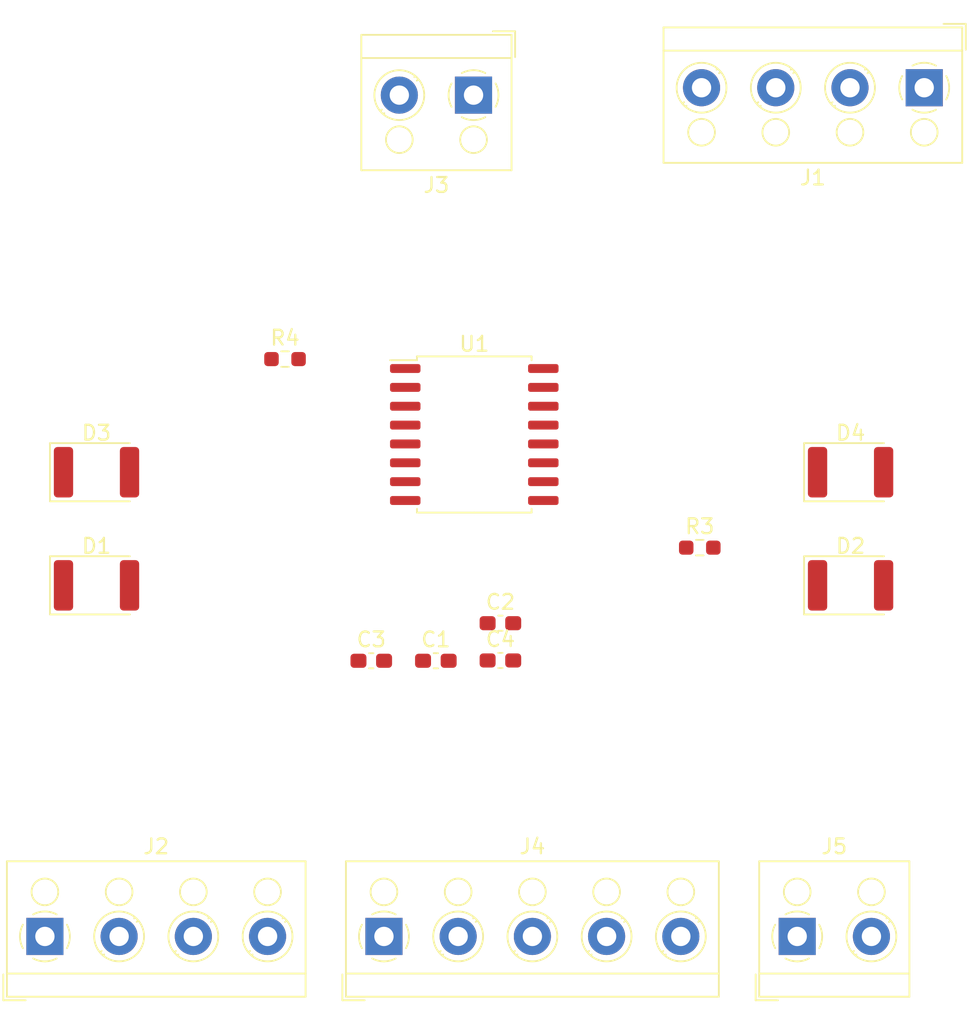
<source format=kicad_pcb>
(kicad_pcb (version 20211014) (generator pcbnew)
  (layers (0 "F.Cu" signal) (31 "B.Cu" signal) (34 "B.Paste" user) (35 "F.Paste" user) (36 "B.SilkS" user "B.Silkscreen") (37 "F.SilkS" user "F.Silkscreen") (38 "B.Mask" user) (39 "F.Mask" user) (44 "Edge.Cuts" user))
  (net 0 "")
  (net 1 "/vcc-rpi")
  (net 2 "/gnd-rpi")
  (net 3 "/vcc-nmea")
  (net 4 "/gnd-nmea")
  (net 5 "/y-nmea")
  (net 6 "/earth-nmea")
  (net 7 "/z-nmea")
  (net 8 "/a-nmea")
  (net 9 "/b-nmea")
  (net 10 "/rx-rpi")
  (net 11 "/tx-rpi")
  (footprint "Capacitor_SMD:C_0603_1608Metric_Pad1.08x0.95mm_HandSolder" (layer "F.Cu") (at 146.59 101.58)
    (fp_text reference "C4" (at 0 -1.43) (layer "F.SilkS"))
    (fp_text value "1uF")
    (fp_line (start -0.146267 -0.51) (end 0.146267 -0.51) (layer "F.SilkS") (width 0.12))
    (fp_line (start -0.146267 0.51) (end 0.146267 0.51) (layer "F.SilkS") (width 0.12))
    (pad "1" smd roundrect (at -0.8625 0) (size 1.075 0.95) (layers "F.Cu" "F.Paste" "F.Mask") (net 3 "/vcc-nmea"))
    (pad "2" smd roundrect (at 0.8625 0) (size 1.075 0.95) (layers "F.Cu" "F.Paste" "F.Mask") (net 4 "/gnd-nmea"))
  )
  (footprint "Capacitor_SMD:C_0603_1608Metric_Pad1.08x0.95mm_HandSolder" (layer "F.Cu") (at 137.89 101.6)
    (fp_text reference "C3" (at 0 -1.43) (layer "F.SilkS"))
    (fp_text value "0.1uF")
    (fp_line (start -0.146267 -0.51) (end 0.146267 -0.51) (layer "F.SilkS") (width 0.12))
    (fp_line (start -0.146267 0.51) (end 0.146267 0.51) (layer "F.SilkS") (width 0.12))
    (pad "1" smd roundrect (at -0.8625 0) (size 1.075 0.95) (layers "F.Cu" "F.Paste" "F.Mask") (net 3 "/vcc-nmea"))
    (pad "2" smd roundrect (at 0.8625 0) (size 1.075 0.95) (layers "F.Cu" "F.Paste" "F.Mask") (net 4 "/gnd-nmea"))
  )
  (footprint "Capacitor_SMD:C_0603_1608Metric_Pad1.08x0.95mm_HandSolder" (layer "F.Cu") (at 142.24 101.6)
    (fp_text reference "C1" (at 0 -1.43) (layer "F.SilkS"))
    (fp_text value "0.1uF")
    (fp_line (start -0.146267 -0.51) (end 0.146267 -0.51) (layer "F.SilkS") (width 0.12))
    (fp_line (start -0.146267 0.51) (end 0.146267 0.51) (layer "F.SilkS") (width 0.12))
    (pad "1" smd roundrect (at -0.8625 0) (size 1.075 0.95) (layers "F.Cu" "F.Paste" "F.Mask") (net 1 "/vcc-rpi"))
    (pad "2" smd roundrect (at 0.8625 0) (size 1.075 0.95) (layers "F.Cu" "F.Paste" "F.Mask") (net 2 "/gnd-rpi"))
  )
  (footprint "Diode_SMD:D_1812_4532Metric_Pad1.30x3.40mm_HandSolder" (layer "F.Cu") (at 170.18 88.9)
    (fp_text reference "D4" (at 0 -2.65) (layer "F.SilkS"))
    (fp_text value "D_TVS")
    (fp_line (start -3.135 1.96) (end 2.25 1.96) (layer "F.SilkS") (width 0.12))
    (fp_line (start -3.135 -1.96) (end -3.135 1.96) (layer "F.SilkS") (width 0.12))
    (fp_line (start 2.25 -1.96) (end -3.135 -1.96) (layer "F.SilkS") (width 0.12))
    (pad "1" smd roundrect (at -2.225 0) (size 1.3 3.4) (layers "F.Cu" "F.Paste" "F.Mask") (roundrect_rratio 0.192308) (net 9 "/b-nmea"))
    (pad "2" smd roundrect (at 2.225 0) (size 1.3 3.4) (layers "F.Cu" "F.Paste" "F.Mask") (roundrect_rratio 0.192308) (net 6 "/earth-nmea"))
  )
  (footprint "Diode_SMD:D_1812_4532Metric_Pad1.30x3.40mm_HandSolder" (layer "F.Cu") (at 119.38 96.52)
    (fp_text reference "D1" (at 0 -2.65) (layer "F.SilkS"))
    (fp_text value "D_TVS")
    (fp_line (start 2.25 -1.96) (end -3.135 -1.96) (layer "F.SilkS") (width 0.12))
    (fp_line (start -3.135 -1.96) (end -3.135 1.96) (layer "F.SilkS") (width 0.12))
    (fp_line (start -3.135 1.96) (end 2.25 1.96) (layer "F.SilkS") (width 0.12))
    (pad "1" smd roundrect (at -2.225 0) (size 1.3 3.4) (layers "F.Cu" "F.Paste" "F.Mask") (roundrect_rratio 0.192308) (net 5 "/y-nmea"))
    (pad "2" smd roundrect (at 2.225 0) (size 1.3 3.4) (layers "F.Cu" "F.Paste" "F.Mask") (roundrect_rratio 0.192308) (net 6 "/earth-nmea"))
  )
  (footprint "TerminalBlock_RND:TerminalBlock_RND_205-00001_1x02_P5.00mm_Horizontal" (layer "F.Cu") (at 144.78 63.5 180)
    (fp_text reference "J3" (at 2.5 -6.06) (layer "F.SilkS"))
    (fp_text value "GPIO")
    (fp_line (start -2.56 -5.06) (end -2.56 4.06) (layer "F.SilkS") (width 0.12))
    (fp_line (start -2.8 2.56) (end -2.8 4.3) (layer "F.SilkS") (width 0.12))
    (fp_line (start 3.82 0.976) (end 3.726 1.069) (layer "F.SilkS") (width 0.12))
    (fp_line (start -2.8 4.3) (end -1.3 4.3) (layer "F.SilkS") (width 0.12))
    (fp_line (start -2.56 2.5) (end 7.56 2.5) (layer "F.SilkS") (width 0.12))
    (fp_line (start 7.56 -5.06) (end 7.56 4.06) (layer "F.SilkS") (width 0.12))
    (fp_line (start 6.07 -1.275) (end 6.011 -1.216) (layer "F.SilkS") (width 0.12))
    (fp_line (start 3.99 1.216) (end 3.931 1.274) (layer "F.SilkS") (width 0.12))
    (fp_line (start -2.56 4.06) (end 7.56 4.06) (layer "F.SilkS") (width 0.12))
    (fp_line (start -2.56 -5.06) (end 7.56 -5.06) (layer "F.SilkS") (width 0.12))
    (fp_line (start 6.275 -1.069) (end 6.181 -0.976) (layer "F.SilkS") (width 0.12))
    (fp_arc (start 0.029383 1.68045) (mid -0.392304 1.634281) (end -0.789 1.484) (layer "F.SilkS") (width 0.12))
    (fp_arc (start -0.789089 -1.483953) (mid -0.00005 -1.680708) (end 0.789 -1.484) (layer "F.SilkS") (width 0.12))
    (fp_arc (start 0.788712 1.483352) (mid 0.406429 1.630097) (end 0 1.68) (layer "F.SilkS") (width 0.12))
    (fp_arc (start 1.483953 -0.789089) (mid 1.680708 -0.00005) (end 1.484 0.789) (layer "F.SilkS") (width 0.12))
    (fp_arc (start -1.483953 0.789089) (mid -1.680708 0.00005) (end -1.484 -0.789) (layer "F.SilkS") (width 0.12))
    (fp_circle (center 5 -3) (end 5.9 -3) (layer "F.SilkS") (width 0.12) (fill none))
    (fp_circle (center 5 0) (end 6.68 0) (layer "F.SilkS") (width 0.12) (fill none))
    (fp_circle (center 0 -3) (end 0.9 -3) (layer "F.SilkS") (width 0.12) (fill none))
    (pad "1" thru_hole rect (at 0 0 180) (size 2.5 2.5) (drill 1.3) (layers *.Cu *.Mask) (net 10 "/rx-rpi"))
    (pad "2" thru_hole circle (at 5 0 180) (size 2.5 2.5) (drill 1.3) (layers *.Cu *.Mask) (net 11 "/tx-rpi"))
  )
  (footprint "Capacitor_SMD:C_0603_1608Metric_Pad1.08x0.95mm_HandSolder" (layer "F.Cu") (at 146.59 99.07)
    (fp_text reference "C2" (at 0 -1.43) (layer "F.SilkS"))
    (fp_text value "1uF")
    (fp_line (start -0.146267 0.51) (end 0.146267 0.51) (layer "F.SilkS") (width 0.12))
    (fp_line (start -0.146267 -0.51) (end 0.146267 -0.51) (layer "F.SilkS") (width 0.12))
    (pad "1" smd roundrect (at -0.8625 0) (size 1.075 0.95) (layers "F.Cu" "F.Paste" "F.Mask") (net 1 "/vcc-rpi"))
    (pad "2" smd roundrect (at 0.8625 0) (size 1.075 0.95) (layers "F.Cu" "F.Paste" "F.Mask") (net 2 "/gnd-rpi"))
  )
  (footprint "Package_SO:SOIC-16W_7.5x10.3mm_P1.27mm" (layer "F.Cu") (at 144.83 86.36)
    (fp_text reference "U1" (at 0 -6.1) (layer "F.SilkS"))
    (fp_text value "ISO1412")
    (fp_line (start 0 -5.26) (end -3.86 -5.26) (layer "F.SilkS") (width 0.12))
    (fp_line (start -3.86 -5.005) (end -5.675 -5.005) (layer "F.SilkS") (width 0.12))
    (fp_line (start 3.86 5.26) (end 3.86 5.005) (layer "F.SilkS") (width 0.12))
    (fp_line (start 3.86 -5.26) (end 3.86 -5.005) (layer "F.SilkS") (width 0.12))
    (fp_line (start -3.86 -5.26) (end -3.86 -5.005) (layer "F.SilkS") (width 0.12))
    (fp_line (start 0 5.26) (end -3.86 5.26) (layer "F.SilkS") (width 0.12))
    (fp_line (start 0 5.26) (end 3.86 5.26) (layer "F.SilkS") (width 0.12))
    (fp_line (start -3.86 5.26) (end -3.86 5.005) (layer "F.SilkS") (width 0.12))
    (fp_line (start 0 -5.26) (end 3.86 -5.26) (layer "F.SilkS") (width 0.12))
    (pad "1" smd roundrect (at -4.65 -4.445) (size 2.05 0.6) (layers "F.Cu" "F.Paste" "F.Mask") (net 1 "/vcc-rpi"))
    (pad "2" smd roundrect (at -4.65 -3.175) (size 2.05 0.6) (layers "F.Cu" "F.Paste" "F.Mask") (net 2 "/gnd-rpi"))
    (pad "3" smd roundrect (at -4.65 -1.905) (size 2.05 0.6) (layers "F.Cu" "F.Paste" "F.Mask") (net 10 "/rx-rpi"))
    (pad "4" smd roundrect (at -4.65 -0.635) (size 2.05 0.6) (layers "F.Cu" "F.Paste" "F.Mask") (net 2 "/gnd-rpi"))
    (pad "5" smd roundrect (at -4.65 0.635) (size 2.05 0.6) (layers "F.Cu" "F.Paste" "F.Mask") (net 1 "/vcc-rpi"))
    (pad "6" smd roundrect (at -4.65 1.905) (size 2.05 0.6) (layers "F.Cu" "F.Paste" "F.Mask") (net 11 "/tx-rpi"))
    (pad "7" smd roundrect (at -4.65 3.175) (size 2.05 0.6) (layers "F.Cu" "F.Paste" "F.Mask"))
    (pad "8" smd roundrect (at -4.65 4.445) (size 2.05 0.6) (layers "F.Cu" "F.Paste" "F.Mask") (net 2 "/gnd-rpi"))
    (pad "9" smd roundrect (at 4.65 4.445) (size 2.05 0.6) (layers "F.Cu" "F.Paste" "F.Mask") (net 4 "/gnd-nmea"))
    (pad "10" smd roundrect (at 4.65 3.175) (size 2.05 0.6) (layers "F.Cu" "F.Paste" "F.Mask"))
    (pad "11" smd roundrect (at 4.65 1.905) (size 2.05 0.6) (layers "F.Cu" "F.Paste" "F.Mask") (net 5 "/y-nmea"))
    (pad "12" smd roundrect (at 4.65 0.635) (size 2.05 0.6) (layers "F.Cu" "F.Paste" "F.Mask") (net 7 "/z-nmea"))
    (pad "13" smd roundrect (at 4.65 -0.635) (size 2.05 0.6) (layers "F.Cu" "F.Paste" "F.Mask") (net 9 "/b-nmea"))
    (pad "14" smd roundrect (at 4.65 -1.905) (size 2.05 0.6) (layers "F.Cu" "F.Paste" "F.Mask") (net 8 "/a-nmea"))
    (pad "15" smd roundrect (at 4.65 -3.175) (size 2.05 0.6) (layers "F.Cu" "F.Paste" "F.Mask") (net 4 "/gnd-nmea"))
    (pad "16" smd roundrect (at 4.65 -4.445) (size 2.05 0.6) (layers "F.Cu" "F.Paste" "F.Mask") (net 3 "/vcc-nmea"))
  )
  (footprint "Diode_SMD:D_1812_4532Metric_Pad1.30x3.40mm_HandSolder" (layer "F.Cu") (at 119.38 88.9)
    (fp_text reference "D3" (at 0 -2.65) (layer "F.SilkS"))
    (fp_text value "D_TVS")
    (fp_line (start 2.25 -1.96) (end -3.135 -1.96) (layer "F.SilkS") (width 0.12))
    (fp_line (start -3.135 -1.96) (end -3.135 1.96) (layer "F.SilkS") (width 0.12))
    (fp_line (start -3.135 1.96) (end 2.25 1.96) (layer "F.SilkS") (width 0.12))
    (pad "1" smd roundrect (at -2.225 0) (size 1.3 3.4) (layers "F.Cu" "F.Paste" "F.Mask") (roundrect_rratio 0.192308) (net 8 "/a-nmea"))
    (pad "2" smd roundrect (at 2.225 0) (size 1.3 3.4) (layers "F.Cu" "F.Paste" "F.Mask") (roundrect_rratio 0.192308) (net 6 "/earth-nmea"))
  )
  (footprint "Resistor_SMD:R_0603_1608Metric_Pad0.98x0.95mm_HandSolder" (layer "F.Cu") (at 160.02 93.98)
    (fp_text reference "R3" (at 0 -1.43) (layer "F.SilkS"))
    (fp_text value "120")
    (fp_line (start -0.254724 -0.5225) (end 0.254724 -0.5225) (layer "F.SilkS") (width 0.12))
    (fp_line (start -0.254724 0.5225) (end 0.254724 0.5225) (layer "F.SilkS") (width 0.12))
    (pad "1" smd roundrect (at -0.9125 0) (size 0.975 0.95) (layers "F.Cu" "F.Paste" "F.Mask") (net 5 "/y-nmea"))
    (pad "2" smd roundrect (at 0.9125 0) (size 0.975 0.95) (layers "F.Cu" "F.Paste" "F.Mask") (net 7 "/z-nmea"))
  )
  (footprint "TerminalBlock_RND:TerminalBlock_RND_205-00003_1x04_P5.00mm_Horizontal" (layer "F.Cu") (at 175.14 63 180)
    (fp_text reference "J1" (at 7.5 -6.06) (layer "F.SilkS"))
    (fp_text value "Power1")
    (fp_line (start 13.99 1.216) (end 13.931 1.274) (layer "F.SilkS") (width 0.12))
    (fp_line (start 6.07 -1.275) (end 6.011 -1.216) (layer "F.SilkS") (width 0.12))
    (fp_line (start 17.561 -5.06) (end 17.561 4.06) (layer "F.SilkS") (width 0.12))
    (fp_line (start 8.82 0.976) (end 8.726 1.069) (layer "F.SilkS") (width 0.12))
    (fp_line (start -2.56 4.06) (end 17.561 4.06) (layer "F.SilkS") (width 0.12))
    (fp_line (start 16.07 -1.275) (end 16.011 -1.216) (layer "F.SilkS") (width 0.12))
    (fp_line (start 16.275 -1.069) (end 16.181 -0.976) (layer "F.SilkS") (width 0.12))
    (fp_line (start 6.275 -1.069) (end 6.181 -0.976) (layer "F.SilkS") (width 0.12))
    (fp_line (start -2.8 4.3) (end -1.3 4.3) (layer "F.SilkS") (width 0.12))
    (fp_line (start -2.56 -5.06) (end -2.56 4.06) (layer "F.SilkS") (width 0.12))
    (fp_line (start 3.99 1.216) (end 3.931 1.274) (layer "F.SilkS") (width 0.12))
    (fp_line (start -2.56 -5.06) (end 17.561 -5.06) (layer "F.SilkS") (width 0.12))
    (fp_line (start -2.56 2.5) (end 17.561 2.5) (layer "F.SilkS") (width 0.12))
    (fp_line (start 13.82 0.976) (end 13.726 1.069) (layer "F.SilkS") (width 0.12))
    (fp_line (start 8.99 1.216) (end 8.931 1.274) (layer "F.SilkS") (width 0.12))
    (fp_line (start 3.82 0.976) (end 3.726 1.069) (layer "F.SilkS") (width 0.12))
    (fp_line (start -2.8 2.56) (end -2.8 4.3) (layer "F.SilkS") (width 0.12))
    (fp_line (start 11.275 -1.069) (end 11.181 -0.976) (layer "F.SilkS") (width 0.12))
    (fp_line (start 11.07 -1.275) (end 11.011 -1.216) (layer "F.SilkS") (width 0.12))
    (fp_arc (start -1.483953 0.789089) (mid -1.680708 0.00005) (end -1.484 -0.789) (layer "F.SilkS") (width 0.12))
    (fp_arc (start -0.789089 -1.483953) (mid -0.00005 -1.680708) (end 0.789 -1.484) (layer "F.SilkS") (width 0.12))
    (fp_arc (start 0.788712 1.483352) (mid 0.406429 1.630097) (end 0 1.68) (layer "F.SilkS") (width 0.12))
    (fp_arc (start 0.029383 1.68045) (mid -0.392304 1.634281) (end -0.789 1.484) (layer "F.SilkS") (width 0.12))
    (fp_arc (start 1.483953 -0.789089) (mid 1.680708 -0.00005) (end 1.484 0.789) (layer "F.SilkS") (width 0.12))
    (fp_circle (center 10 -3) (end 10.9 -3) (layer "F.SilkS") (width 0.12) (fill none))
    (fp_circle (center 15 0) (end 16.68 0) (layer "F.SilkS") (width 0.12) (fill none))
    (fp_circle (center 5 0) (end 6.68 0) (layer "F.SilkS") (width 0.12) (fill none))
    (fp_circle (center 5 -3) (end 5.9 -3) (layer "F.SilkS") (width 0.12) (fill none))
    (fp_circle (center 15 -3) (end 15.9 -3) (layer "F.SilkS") (width 0.12) (fill none))
    (fp_circle (center 10 0) (end 11.68 0) (layer "F.SilkS") (width 0.12) (fill none))
    (fp_circle (center 0 -3) (end 0.9 -3) (layer "F.SilkS") (width 0.12) (fill none))
    (pad "1" thru_hole rect (at 0 0 180) (size 2.5 2.5) (drill 1.3) (layers *.Cu *.Mask) (net 2 "/gnd-rpi"))
    (pad "2" thru_hole circle (at 5 0 180) (size 2.5 2.5) (drill 1.3) (layers *.Cu *.Mask) (net 2 "/gnd-rpi"))
    (pad "3" thru_hole circle (at 10 0 180) (size 2.5 2.5) (drill 1.3) (layers *.Cu *.Mask) (net 1 "/vcc-rpi"))
    (pad "4" thru_hole circle (at 15 0 180) (size 2.5 2.5) (drill 1.3) (layers *.Cu *.Mask) (net 1 "/vcc-rpi"))
  )
  (footprint "Diode_SMD:D_1812_4532Metric_Pad1.30x3.40mm_HandSolder" (layer "F.Cu") (at 170.18 96.52)
    (fp_text reference "D2" (at 0 -2.65) (layer "F.SilkS"))
    (fp_text value "D_TVS")
    (fp_line (start 2.25 -1.96) (end -3.135 -1.96) (layer "F.SilkS") (width 0.12))
    (fp_line (start -3.135 1.96) (end 2.25 1.96) (layer "F.SilkS") (width 0.12))
    (fp_line (start -3.135 -1.96) (end -3.135 1.96) (layer "F.SilkS") (width 0.12))
    (pad "1" smd roundrect (at -2.225 0) (size 1.3 3.4) (layers "F.Cu" "F.Paste" "F.Mask") (roundrect_rratio 0.192308) (net 7 "/z-nmea"))
    (pad "2" smd roundrect (at 2.225 0) (size 1.3 3.4) (layers "F.Cu" "F.Paste" "F.Mask") (roundrect_rratio 0.192308) (net 6 "/earth-nmea"))
  )
  (footprint "TerminalBlock_RND:TerminalBlock_RND_205-00003_1x04_P5.00mm_Horizontal" (layer "F.Cu") (at 115.904 120.169)
    (fp_text reference "J2" (at 7.5 -6.06) (layer "F.SilkS"))
    (fp_text value "Power2")
    (fp_line (start 6.07 -1.275) (end 6.011 -1.216) (layer "F.SilkS") (width 0.12))
    (fp_line (start 13.99 1.216) (end 13.931 1.274) (layer "F.SilkS") (width 0.12))
    (fp_line (start -2.56 2.5) (end 17.561 2.5) (layer "F.SilkS") (width 0.12))
    (fp_line (start 16.07 -1.275) (end 16.011 -1.216) (layer "F.SilkS") (width 0.12))
    (fp_line (start 11.275 -1.069) (end 11.181 -0.976) (layer "F.SilkS") (width 0.12))
    (fp_line (start 16.275 -1.069) (end 16.181 -0.976) (layer "F.SilkS") (width 0.12))
    (fp_line (start 8.99 1.216) (end 8.931 1.274) (layer "F.SilkS") (width 0.12))
    (fp_line (start -2.56 -5.06) (end 17.561 -5.06) (layer "F.SilkS") (width 0.12))
    (fp_line (start 13.82 0.976) (end 13.726 1.069) (layer "F.SilkS") (width 0.12))
    (fp_line (start 3.99 1.216) (end 3.931 1.274) (layer "F.SilkS") (width 0.12))
    (fp_line (start 17.561 -5.06) (end 17.561 4.06) (layer "F.SilkS") (width 0.12))
    (fp_line (start 6.275 -1.069) (end 6.181 -0.976) (layer "F.SilkS") (width 0.12))
    (fp_line (start 3.82 0.976) (end 3.726 1.069) (layer "F.SilkS") (width 0.12))
    (fp_line (start -2.56 -5.06) (end -2.56 4.06) (layer "F.SilkS") (width 0.12))
    (fp_line (start -2.56 4.06) (end 17.561 4.06) (layer "F.SilkS") (width 0.12))
    (fp_line (start -2.8 4.3) (end -1.3 4.3) (layer "F.SilkS") (width 0.12))
    (fp_line (start 11.07 -1.275) (end 11.011 -1.216) (layer "F.SilkS") (width 0.12))
    (fp_line (start 8.82 0.976) (end 8.726 1.069) (layer "F.SilkS") (width 0.12))
    (fp_line (start -2.8 2.56) (end -2.8 4.3) (layer "F.SilkS") (width 0.12))
    (fp_arc (start 0.788712 1.483352) (mid 0.406429 1.630097) (end 0 1.68) (layer "F.SilkS") (width 0.12))
    (fp_arc (start -1.483953 0.789089) (mid -1.680708 0.00005) (end -1.484 -0.789) (layer "F.SilkS") (width 0.12))
    (fp_arc (start 1.483953 -0.789089) (mid 1.680708 -0.00005) (end 1.484 0.789) (layer "F.SilkS") (width 0.12))
    (fp_arc (start 0.029383 1.68045) (mid -0.392304 1.634281) (end -0.789 1.484) (layer "F.SilkS") (width 0.12))
    (fp_arc (start -0.789089 -1.483953) (mid -0.00005 -1.680708) (end 0.789 -1.484) (layer "F.SilkS") (width 0.12))
    (fp_circle (center 15 0) (end 16.68 0) (layer "F.SilkS") (width 0.12) (fill none))
    (fp_circle (center 5 0) (end 6.68 0) (layer "F.SilkS") (width 0.12) (fill none))
    (fp_circle (center 10 0) (end 11.68 0) (layer "F.SilkS") (width 0.12) (fill none))
    (fp_circle (center 5 -3) (end 5.9 -3) (layer "F.SilkS") (width 0.12) (fill none))
    (fp_circle (center 0 -3) (end 0.9 -3) (layer "F.SilkS") (width 0.12) (fill none))
    (fp_circle (center 15 -3) (end 15.9 -3) (layer "F.SilkS") (width 0.12) (fill none))
    (fp_circle (center 10 -3) (end 10.9 -3) (layer "F.SilkS") (width 0.12) (fill none))
    (pad "1" thru_hole rect (at 0 0) (size 2.5 2.5) (drill 1.3) (layers *.Cu *.Mask) (net 3 "/vcc-nmea"))
    (pad "2" thru_hole circle (at 5 0) (size 2.5 2.5) (drill 1.3) (layers *.Cu *.Mask) (net 3 "/vcc-nmea"))
    (pad "3" thru_hole circle (at 10 0) (size 2.5 2.5) (drill 1.3) (layers *.Cu *.Mask) (net 4 "/gnd-nmea"))
    (pad "4" thru_hole circle (at 15 0) (size 2.5 2.5) (drill 1.3) (layers *.Cu *.Mask) (net 4 "/gnd-nmea"))
  )
  (footprint "TerminalBlock_RND:TerminalBlock_RND_205-00004_1x05_P5.00mm_Horizontal" (layer "F.Cu") (at 138.744 120.169)
    (fp_text reference "J4" (at 10 -6.06) (layer "F.SilkS"))
    (fp_text value "NMEA0183")
    (fp_line (start 8.82 0.976) (end 8.726 1.069) (layer "F.SilkS") (width 0.12))
    (fp_line (start 21.07 -1.275) (end 21.011 -1.216) (layer "F.SilkS") (width 0.12))
    (fp_line (start -2.56 4.06) (end 22.56 4.06) (layer "F.SilkS") (width 0.12))
    (fp_line (start 21.275 -1.069) (end 21.181 -0.976) (layer "F.SilkS") (width 0.12))
    (fp_line (start 22.56 -5.06) (end 22.56 4.06) (layer "F.SilkS") (width 0.12))
    (fp_line (start 8.99 1.216) (end 8.931 1.274) (layer "F.SilkS") (width 0.12))
    (fp_line (start -2.56 -5.06) (end -2.56 4.06) (layer "F.SilkS") (width 0.12))
    (fp_line (start 6.275 -1.069) (end 6.181 -0.976) (layer "F.SilkS") (width 0.12))
    (fp_line (start 18.82 0.976) (end 18.726 1.069) (layer "F.SilkS") (width 0.12))
    (fp_line (start -2.56 -5.06) (end 22.56 -5.06) (layer "F.SilkS") (width 0.12))
    (fp_line (start -2.56 2.5) (end 22.56 2.5) (layer "F.SilkS") (width 0.12))
    (fp_line (start -2.8 2.56) (end -2.8 4.3) (layer "F.SilkS") (width 0.12))
    (fp_line (start -2.8 4.3) (end -1.3 4.3) (layer "F.SilkS") (width 0.12))
    (fp_line (start 11.07 -1.275) (end 11.011 -1.216) (layer "F.SilkS") (width 0.12))
    (fp_line (start 16.275 -1.069) (end 16.181 -0.976) (layer "F.SilkS") (width 0.12))
    (fp_line (start 13.82 0.976) (end 13.726 1.069) (layer "F.SilkS") (width 0.12))
    (fp_line (start 11.275 -1.069) (end 11.181 -0.976) (layer "F.SilkS") (width 0.12))
    (fp_line (start 3.99 1.216) (end 3.931 1.274) (layer "F.SilkS") (width 0.12))
    (fp_line (start 6.07 -1.275) (end 6.011 -1.216) (layer "F.SilkS") (width 0.12))
    (fp_line (start 16.07 -1.275) (end 16.011 -1.216) (layer "F.SilkS") (width 0.12))
    (fp_line (start 18.99 1.216) (end 18.931 1.274) (layer "F.SilkS") (width 0.12))
    (fp_line (start 13.99 1.216) (end 13.931 1.274) (layer "F.SilkS") (width 0.12))
    (fp_line (start 3.82 0.976) (end 3.726 1.069) (layer "F.SilkS") (width 0.12))
    (fp_arc (start 0.788712 1.483352) (mid 0.406429 1.630097) (end 0 1.68) (layer "F.SilkS") (width 0.12))
    (fp_arc (start -1.483953 0.789089) (mid -1.680708 0.00005) (end -1.484 -0.789) (layer "F.SilkS") (width 0.12))
    (fp_arc (start 0.029383 1.68045) (mid -0.392304 1.634281) (end -0.789 1.484) (layer "F.SilkS") (width 0.12))
    (fp_arc (start 1.483953 -0.789089) (mid 1.680708 -0.00005) (end 1.484 0.789) (layer "F.SilkS") (width 0.12))
    (fp_arc (start -0.789089 -1.483953) (mid -0.00005 -1.680708) (end 0.789 -1.484) (layer "F.SilkS") (width 0.12))
    (fp_circle (center 5 -3) (end 5.9 -3) (layer "F.SilkS") (width 0.12) (fill none))
    (fp_circle (center 10 0) (end 11.68 0) (layer "F.SilkS") (width 0.12) (fill none))
    (fp_circle (center 10 -3) (end 10.9 -3) (layer "F.SilkS") (width 0.12) (fill none))
    (fp_circle (center 20 -3) (end 20.9 -3) (layer "F.SilkS") (width 0.12) (fill none))
    (fp_circle (center 0 -3) (end 0.9 -3) (layer "F.SilkS") (width 0.12) (fill none))
    (fp_circle (center 20 0) (end 21.68 0) (layer "F.SilkS") (width 0.12) (fill none))
    (fp_circle (center 15 -3) (end 15.9 -3) (layer "F.SilkS") (width 0.12) (fill none))
    (fp_circle (center 5 0) (end 6.68 0) (layer "F.SilkS") (width 0.12) (fill none))
    (fp_circle (center 15 0) (end 16.68 0) (layer "F.SilkS") (width 0.12) (fill none))
    (pad "1" thru_hole rect (at 0 0) (size 2.5 2.5) (drill 1.3) (layers *.Cu *.Mask) (net 4 "/gnd-nmea"))
    (pad "2" thru_hole circle (at 5 0) (size 2.5 2.5) (drill 1.3) (layers *.Cu *.Mask) (net 8 "/a-nmea"))
    (pad "3" thru_hole circle (at 10 0) (size 2.5 2.5) (drill 1.3) (layers *.Cu *.Mask) (net 9 "/b-nmea"))
    (pad "4" thru_hole circle (at 15 0) (size 2.5 2.5) (drill 1.3) (layers *.Cu *.Mask) (net 7 "/z-nmea"))
    (pad "5" thru_hole circle (at 20 0) (size 2.5 2.5) (drill 1.3) (layers *.Cu *.Mask) (net 5 "/y-nmea"))
  )
  (footprint "Resistor_SMD:R_0603_1608Metric_Pad0.98x0.95mm_HandSolder" (layer "F.Cu") (at 132.08 81.28)
    (fp_text reference "R4" (at 0 -1.43) (layer "F.SilkS"))
    (fp_text value "120")
    (fp_line (start -0.254724 -0.5225) (end 0.254724 -0.5225) (layer "F.SilkS") (width 0.12))
    (fp_line (start -0.254724 0.5225) (end 0.254724 0.5225) (layer "F.SilkS") (width 0.12))
    (pad "1" smd roundrect (at -0.9125 0) (size 0.975 0.95) (layers "F.Cu" "F.Paste" "F.Mask") (net 9 "/b-nmea"))
    (pad "2" smd roundrect (at 0.9125 0) (size 0.975 0.95) (layers "F.Cu" "F.Paste" "F.Mask") (net 8 "/a-nmea"))
  )
  (footprint "TerminalBlock_RND:TerminalBlock_RND_205-00001_1x02_P5.00mm_Horizontal" (layer "F.Cu") (at 166.584 120.169)
    (fp_text reference "J5" (at 2.5 -6.06) (layer "F.SilkS"))
    (fp_text value "Earth")
    (fp_line (start 6.275 -1.069) (end 6.181 -0.976) (layer "F.SilkS") (width 0.12))
    (fp_line (start 3.99 1.216) (end 3.931 1.274) (layer "F.SilkS") (width 0.12))
    (fp_line (start -2.56 4.06) (end 7.56 4.06) (layer "F.SilkS") (width 0.12))
    (fp_line (start 6.07 -1.275) (end 6.011 -1.216) (layer "F.SilkS") (width 0.12))
    (fp_line (start -2.56 -5.06) (end 7.56 -5.06) (layer "F.SilkS") (width 0.12))
    (fp_line (start -2.56 2.5) (end 7.56 2.5) (layer "F.SilkS") (width 0.12))
    (fp_line (start -2.8 2.56) (end -2.8 4.3) (layer "F.SilkS") (width 0.12))
    (fp_line (start 3.82 0.976) (end 3.726 1.069) (layer "F.SilkS") (width 0.12))
    (fp_line (start -2.8 4.3) (end -1.3 4.3) (layer "F.SilkS") (width 0.12))
    (fp_line (start 7.56 -5.06) (end 7.56 4.06) (layer "F.SilkS") (width 0.12))
    (fp_line (start -2.56 -5.06) (end -2.56 4.06) (layer "F.SilkS") (width 0.12))
    (fp_arc (start -0.789089 -1.483953) (mid -0.00005 -1.680708) (end 0.789 -1.484) (layer "F.SilkS") (width 0.12))
    (fp_arc (start -1.483953 0.789089) (mid -1.680708 0.00005) (end -1.484 -0.789) (layer "F.SilkS") (width 0.12))
    (fp_arc (start 1.483953 -0.789089) (mid 1.680708 -0.00005) (end 1.484 0.789) (layer "F.SilkS") (width 0.12))
    (fp_arc (start 0.788712 1.483352) (mid 0.406429 1.630097) (end 0 1.68) (layer "F.SilkS") (width 0.12))
    (fp_arc (start 0.029383 1.68045) (mid -0.392304 1.634281) (end -0.789 1.484) (layer "F.SilkS") (width 0.12))
    (fp_circle (center 5 0) (end 6.68 0) (layer "F.SilkS") (width 0.12) (fill none))
    (fp_circle (center 5 -3) (end 5.9 -3) (layer "F.SilkS") (width 0.12) (fill none))
    (fp_circle (center 0 -3) (end 0.9 -3) (layer "F.SilkS") (width 0.12) (fill none))
    (pad "1" thru_hole rect (at 0 0) (size 2.5 2.5) (drill 1.3) (layers *.Cu *.Mask) (net 6 "/earth-nmea"))
    (pad "2" thru_hole circle (at 5 0) (size 2.5 2.5) (drill 1.3) (layers *.Cu *.Mask) (net 6 "/earth-nmea"))
  )
)
</source>
